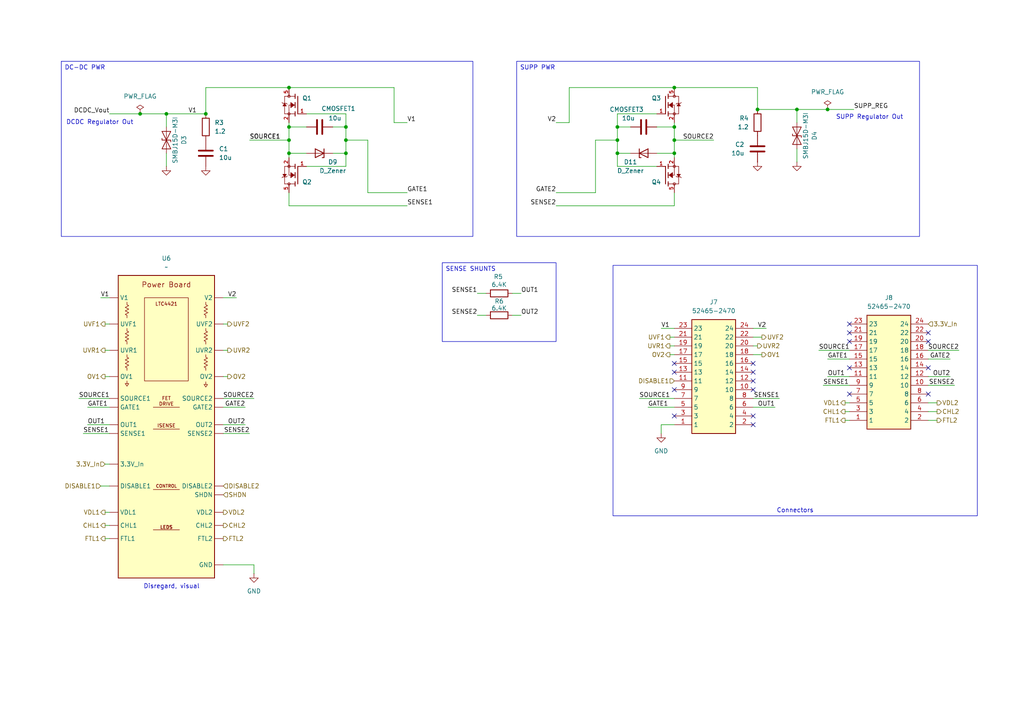
<source format=kicad_sch>
(kicad_sch (version 20250114) (generator "eeschema") (generator_version "9.0")
  (paper "A4")
  (lib_symbols
    (symbol "Device:D_Zener" (pin_numbers (hide yes)) (pin_names (offset 1.016) (hide yes))
      (property "Reference" "D" (at 0 2.54 0))
      (property "Value" "D_Zener" (at 0 -2.54 0))
      (symbol "D_Zener_0_1"
        (polyline (pts (xy -1.27 -1.27) (xy -1.27 1.27) (xy -0.762 1.27)) (stroke (width 0.254)))
        (polyline (pts (xy 1.27 0) (xy -1.27 0)))
        (polyline (pts (xy 1.27 -1.27) (xy 1.27 1.27) (xy -1.27 0) (xy 1.27 -1.27)) (stroke (width 0.254)))
      )
      (symbol "D_Zener_1_1"
        (pin passive line (at -3.81 0 0) (length 2.54) (name "K") (number "1"))
        (pin passive line (at 3.81 0 180) (length 2.54) (name "A") (number "2"))
      )
    )
    (symbol "Device:R" (pin_numbers (hide yes)) (pin_names (offset 0))
      (property "Reference" "R" (at 2.032 0 90))
      (property "Value" "R" (at 0 0 90))
      (symbol "R_0_1"
        (rectangle (start -1.016 -2.54) (end 1.016 2.54) (stroke (width 0.254)))
      )
      (symbol "R_1_1"
        (pin passive line (at 0 3.81 270) (length 1.27) (name "~") (number "1"))
        (pin passive line (at 0 -3.81 90) (length 1.27) (name "~") (number "2"))
      )
    )
    (symbol "ECE319K:C" (pin_numbers (hide yes)) (pin_names (offset 0.254))
      (property "Reference" "C" (at 0.635 2.54 0))
      (property "Value" "C" (at 0.635 -2.54 0))
      (symbol "C_0_1"
        (polyline (pts (xy -2.032 0.762) (xy 2.032 0.762)) (stroke (width 0.508)))
        (polyline (pts (xy -2.032 -0.762) (xy 2.032 -0.762)) (stroke (width 0.508)))
      )
      (symbol "C_1_1"
        (pin passive line (at 0 3.81 270) (length 2.794) (name "~") (number "1"))
        (pin passive line (at 0 -3.81 90) (length 2.794) (name "~") (number "2"))
      )
    )
    (symbol "LV_Carrier:PowerBoard"
      (property "Reference" "U" (at 0 37.084 0))
      (symbol "PowerBoard_0_1"
        (rectangle (start -13.97 35.687) (end 13.97 -52.07) (stroke (width 0.254)) (fill (type background)))
        (polyline (pts (xy -11.938 4.318) (xy -10.922 4.318) (xy -11.43 3.556) (xy -11.938 4.318)))
        (polyline (pts (xy -11.43 27.94) (xy -11.43 27.178) (xy -10.922 26.924) (xy -11.938 26.416) (xy -10.922 25.908) (xy -11.938 25.4) (xy -10.922 24.892) (xy -11.938 24.384) (xy -11.43 24.13) (xy -11.43 23.368)))
        (polyline (pts (xy -11.43 20.32) (xy -11.43 19.558) (xy -10.922 19.304) (xy -11.938 18.796) (xy -10.922 18.288) (xy -11.938 17.78) (xy -10.922 17.272) (xy -11.938 16.764) (xy -11.43 16.51) (xy -11.43 15.748)))
        (polyline (pts (xy -11.43 12.7) (xy -11.43 11.938) (xy -10.922 11.684) (xy -11.938 11.176) (xy -10.922 10.668) (xy -11.938 10.16) (xy -10.922 9.652) (xy -11.938 9.144) (xy -11.43 8.89) (xy -11.43 8.128)))
        (polyline (pts (xy -11.43 5.08) (xy -11.43 4.318)))
        (rectangle (start -6.35 29.21) (end 6.35 5.08))
        (polyline (pts (xy 10.922 4.064) (xy 11.938 4.064) (xy 11.43 3.302) (xy 10.922 4.064)))
        (polyline (pts (xy 11.43 27.94) (xy 11.43 27.178) (xy 11.938 26.924) (xy 10.922 26.416) (xy 11.938 25.908) (xy 10.922 25.4) (xy 11.938 24.892) (xy 10.922 24.384) (xy 11.43 24.13) (xy 11.43 23.368)))
        (polyline (pts (xy 11.43 20.32) (xy 11.43 19.558) (xy 11.938 19.304) (xy 10.922 18.796) (xy 11.938 18.288) (xy 10.922 17.78) (xy 11.938 17.272) (xy 10.922 16.764) (xy 11.43 16.51) (xy 11.43 15.748)))
        (polyline (pts (xy 11.43 12.7) (xy 11.43 11.938) (xy 11.938 11.684) (xy 10.922 11.176) (xy 11.938 10.668) (xy 10.922 10.16) (xy 11.938 9.652) (xy 10.922 9.144) (xy 11.43 8.89) (xy 11.43 8.128)))
        (polyline (pts (xy 11.43 4.826) (xy 11.43 4.064)))
      )
      (symbol "PowerBoard_1_1"
        (polyline (pts (xy -3.81 -2.54) (xy 3.81 -2.54)))
        (polyline (pts (xy -3.81 -8.89) (xy 3.81 -8.89)))
        (polyline (pts (xy -3.81 -26.416) (xy 3.81 -26.416)))
        (polyline (pts (xy -3.81 -38.1) (xy 3.81 -38.1)))
        (text "Power Board" (at 0 33.02 0) (effects (font (size 1.5 1.5))))
        (text "LTC4421\n" (at 0 27.432 0) (effects (font (size 1 1))))
        (text "FET\nDRIVE\n" (at 0 -0.762 0) (effects (font (size 1 1))))
        (text "ISENSE\n" (at 0 -7.874 0) (effects (font (size 1 1))))
        (text "CONTROL\n" (at 0 -25.4 0) (effects (font (size 0.9 0.9))))
        (text "LEDS\n" (at 0 -37.338 0) (effects (font (size 0.9652 0.9652) (thickness 0.193) (bold yes))))
        (pin power_in line (at -16.51 29.21 0) (length 2.54) (name "V1") (number ""))
        (pin output line (at -16.51 21.59 0) (length 2.54) (name "UVF1") (number ""))
        (pin output line (at -16.51 13.97 0) (length 2.54) (name "UVR1") (number ""))
        (pin output line (at -16.51 6.35 0) (length 2.54) (name "OV1") (number ""))
        (pin input line (at -16.51 0 0) (length 2.54) (name "SOURCE1") (number ""))
        (pin output line (at -16.51 -2.54 0) (length 2.54) (name "GATE1") (number ""))
        (pin input line (at -16.51 -7.62 0) (length 2.54) (name "OUT1") (number ""))
        (pin input line (at -16.51 -10.16 0) (length 2.54) (name "SENSE1") (number ""))
        (pin power_in line (at -16.51 -19.05 0) (length 2.54) (name "3.3V_In") (number ""))
        (pin input line (at -16.51 -25.4 0) (length 2.54) (name "DISABLE1") (number ""))
        (pin output line (at -16.51 -33.02 0) (length 2.54) (name "VDL1") (number ""))
        (pin output line (at -16.51 -36.83 0) (length 2.54) (name "CHL1") (number ""))
        (pin output line (at -16.51 -40.64 0) (length 2.54) (name "FTL1") (number ""))
        (pin power_in line (at 16.51 29.21 180) (length 2.54) (name "V2") (number ""))
        (pin output line (at 16.51 21.59 180) (length 2.54) (name "UVF2") (number ""))
        (pin output line (at 16.51 13.97 180) (length 2.54) (name "UVR2") (number ""))
        (pin output line (at 16.51 6.35 180) (length 2.54) (name "OV2") (number ""))
        (pin input line (at 16.51 0 180) (length 2.54) (name "SOURCE2") (number ""))
        (pin output line (at 16.51 -2.54 180) (length 2.54) (name "GATE2") (number ""))
        (pin input line (at 16.51 -7.62 180) (length 2.54) (name "OUT2") (number ""))
        (pin input line (at 16.51 -10.16 180) (length 2.54) (name "SENSE2") (number ""))
        (pin input line (at 16.51 -25.4 180) (length 2.54) (name "DISABLE2") (number ""))
        (pin input line (at 16.51 -27.94 180) (length 2.54) (name "SHDN") (number ""))
        (pin output line (at 16.51 -33.02 180) (length 2.54) (name "VDL2") (number ""))
        (pin output line (at 16.51 -36.83 180) (length 2.54) (name "CHL2") (number ""))
        (pin output line (at 16.51 -40.64 180) (length 2.54) (name "FTL2") (number ""))
        (pin power_out line (at 16.51 -48.26 180) (length 2.54) (name "GND") (number ""))
      )
    )
    (symbol "PowerBoardLib:SMBJ15D-M3I" (pin_numbers (hide yes)) (pin_names (hide yes))
      (property "Reference" "D" (at 0 5.08 0))
      (property "Value" "SMBJ15D-M3I" (at 0 2.54 0))
      (symbol "SMBJ15D-M3I_0_1"
        (polyline (pts (xy -2.54 -1.27) (xy 0 0) (xy -2.54 1.27) (xy -2.54 -1.27)) (stroke (width 0.2032)))
        (polyline (pts (xy 0.508 1.27) (xy 0 1.27) (xy 0 -1.27) (xy -0.508 -1.27)) (stroke (width 0.2032)))
        (polyline (pts (xy 1.27 0) (xy -1.27 0)))
        (polyline (pts (xy 2.54 1.27) (xy 2.54 -1.27) (xy 0 0) (xy 2.54 1.27)) (stroke (width 0.2032)))
      )
      (symbol "SMBJ15D-M3I_1_1"
        (pin passive line (at -3.81 0 0) (length 2.54) (name "K") (number "1"))
        (pin passive line (at 3.81 0 180) (length 2.54) (name "A") (number "2"))
      )
    )
    (symbol "PowerBoardLib:SQJQ140E-T1_GE3" (pin_names (offset 1.016))
      (property "Reference" "Q" (at -8.89 2.54 0))
      (property "Value" "SQJQ140E-T1_GE3" (at -8.89 -7.62 0))
      (symbol "SQJQ140E-T1_GE3_0_0"
        (polyline (pts (xy 0 2.54) (xy 0 -2.54)) (stroke (width 0.254)))
        (polyline (pts (xy 0.762 3.175) (xy 0.762 2.54)) (stroke (width 0.254)))
        (polyline (pts (xy 0.762 2.54) (xy 0.762 1.905)) (stroke (width 0.254)))
        (polyline (pts (xy 0.762 2.54) (xy 3.81 2.54)) (stroke (width 0.1524)))
        (polyline (pts (xy 0.762 0.762) (xy 0.762 0)) (stroke (width 0.254)))
        (polyline (pts (xy 0.762 0) (xy 0.762 -0.762)) (stroke (width 0.254)))
        (polyline (pts (xy 0.762 0) (xy 2.54 0)) (stroke (width 0.1524)))
        (polyline (pts (xy 0.762 -1.905) (xy 0.762 -2.54)) (stroke (width 0.254)))
        (polyline (pts (xy 0.762 -2.54) (xy 0.762 -3.175)) (stroke (width 0.254)))
        (polyline (pts (xy 1.016 0) (xy 2.032 0.762) (xy 2.032 -0.762) (xy 1.016 0)) (stroke (width 0.1524)) (fill (type outline)))
        (circle (center 2.54 2.54) (radius 0.3592))
        (polyline (pts (xy 2.54 0) (xy 2.54 -2.54)) (stroke (width 0.1524)))
        (polyline (pts (xy 2.54 -2.54) (xy 0.762 -2.54)) (stroke (width 0.1524)))
        (polyline (pts (xy 2.54 -2.54) (xy 3.81 -2.54)) (stroke (width 0.1524)))
        (circle (center 2.54 -2.54) (radius 0.3592))
        (polyline (pts (xy 3.302 0.508) (xy 3.048 0.254)) (stroke (width 0.1524)))
        (polyline (pts (xy 3.81 2.54) (xy 3.81 0.508)) (stroke (width 0.1524)))
        (polyline (pts (xy 3.81 0.508) (xy 3.302 0.508)) (stroke (width 0.1524)))
        (polyline (pts (xy 3.81 0.508) (xy 3.81 -2.54)) (stroke (width 0.1524)))
        (polyline (pts (xy 3.81 0.508) (xy 3.302 -0.254) (xy 4.318 -0.254) (xy 3.81 0.508)) (stroke (width 0.1524)) (fill (type outline)))
        (polyline (pts (xy 4.318 0.508) (xy 3.81 0.508)) (stroke (width 0.1524)))
        (polyline (pts (xy 4.572 0.762) (xy 4.318 0.508)) (stroke (width 0.1524)))
        (pin passive line (at -2.54 -2.54 0) (length 2.54) (name "~") (number "1"))
        (pin passive line (at 2.54 5.08 270) (length 2.54) (name "~") (number "5"))
        (pin passive line (at 2.54 -5.08 90) (length 2.54) (name "~") (number "2"))
      )
      (symbol "SQJQ140E-T1_GE3_1_0"
        (pin passive line (at 2.54 -5.08 90) (length 2.54) (hide yes) (name "~") (number "3"))
        (pin passive line (at 2.54 -5.08 90) (length 2.54) (hide yes) (name "~") (number "4"))
      )
    )
    (symbol "power:GND" (power) (pin_numbers (hide yes)) (pin_names (offset 0) (hide yes))
      (property "Value" "GND" (at 0 -3.81 0))
      (symbol "GND_0_1"
        (polyline (pts (xy 0 0) (xy 0 -1.27) (xy 1.27 -1.27) (xy 0 -2.54) (xy -1.27 -1.27) (xy 0 -1.27)))
      )
      (symbol "GND_1_1"
        (pin power_in line (at 0 0 270) (length 0) (name "~") (number "1"))
      )
    )
    (symbol "power:PWR_FLAG" (power) (pin_numbers (hide yes)) (pin_names (offset 0) (hide yes))
      (property "Value" "PWR_FLAG" (at 0 3.81 0))
      (symbol "PWR_FLAG_0_0"
        (pin power_out line (at 0 0 90) (length 0) (name "~") (number "1"))
      )
      (symbol "PWR_FLAG_0_1"
        (polyline (pts (xy 0 0) (xy 0 1.27) (xy -1.016 1.905) (xy 0 2.54) (xy 1.016 1.905) (xy 0 1.27)))
      )
    )
    (symbol "utsvt_connectors:52465-2470"
      (property "Reference" "J" (at 10.16 7.366 0))
      (property "Value" "52465-2470" (at 5.334 4.826 0))
      (symbol "52465-2470_1_1"
        (rectangle (start 5.08 2.54) (end 17.78 -30.48) (stroke (width 0.254)) (fill (type background)))
        (pin passive line (at 0 0 0) (length 5.08) (name "23") (number "23"))
        (pin passive line (at 0 -2.54 0) (length 5.08) (name "21") (number "21"))
        (pin passive line (at 0 -5.08 0) (length 5.08) (name "19") (number "19"))
        (pin passive line (at 0 -7.62 0) (length 5.08) (name "17") (number "17"))
        (pin passive line (at 0 -10.16 0) (length 5.08) (name "15") (number "15"))
        (pin passive line (at 0 -12.7 0) (length 5.08) (name "13") (number "13"))
        (pin passive line (at 0 -15.24 0) (length 5.08) (name "11") (number "11"))
        (pin passive line (at 0 -17.78 0) (length 5.08) (name "9") (number "9"))
        (pin passive line (at 0 -20.32 0) (length 5.08) (name "7") (number "7"))
        (pin passive line (at 0 -22.86 0) (length 5.08) (name "5") (number "5"))
        (pin passive line (at 0 -25.4 0) (length 5.08) (name "3") (number "3"))
        (pin passive line (at 0 -27.94 0) (length 5.08) (name "1") (number "1"))
        (pin passive line (at 22.86 0 180) (length 5.08) (name "24") (number "24"))
        (pin passive line (at 22.86 -2.54 180) (length 5.08) (name "22") (number "22"))
        (pin passive line (at 22.86 -5.08 180) (length 5.08) (name "20") (number "20"))
        (pin passive line (at 22.86 -7.62 180) (length 5.08) (name "18") (number "18"))
        (pin passive line (at 22.86 -10.16 180) (length 5.08) (name "16") (number "16"))
        (pin passive line (at 22.86 -12.7 180) (length 5.08) (name "14") (number "14"))
        (pin passive line (at 22.86 -15.24 180) (length 5.08) (name "12") (number "12"))
        (pin passive line (at 22.86 -17.78 180) (length 5.08) (name "10") (number "10"))
        (pin passive line (at 22.86 -20.32 180) (length 5.08) (name "8") (number "8"))
        (pin passive line (at 22.86 -22.86 180) (length 5.08) (name "6") (number "6"))
        (pin passive line (at 22.86 -25.4 180) (length 5.08) (name "4") (number "4"))
        (pin passive line (at 22.86 -27.94 180) (length 5.08) (name "2") (number "2"))
      )
    )
  )
  (text "SUPP Regulator Out\n" (at 252.222 34.036 0) (effects (font (size 1.27 1.27))))
  (text "DCDC Regulator Out\n" (at 28.956 35.56 0) (effects (font (size 1.27 1.27))))
  (text "Disregard, visual\n" (at 49.784 170.18 0) (effects (font (size 1.27 1.27))))
  (text_box "DC-DC PWR" (at 17.78 17.78 0) (size 119.38 50.8) (margins 0.9525 0.9525 0.9525 0.9525) (effects (font (size 1.27 1.27)) (justify left top)))
  (text_box "SENSE SHUNTS\n" (at 128.27 76.2 0) (size 33.02 22.86) (margins 0.9525 0.9525 0.9525 0.9525) (effects (font (size 1.27 1.27)) (justify left top)))
  (text_box "SUPP PWR\n" (at 149.86 17.78 0) (size 116.84 50.8) (margins 0.9525 0.9525 0.9525 0.9525) (effects (font (size 1.27 1.27)) (justify left top)))
  (text_box "Connectors" (at 177.8 76.962 0) (size 105.664 72.644) (margins 0.9525 0.9525 0.9525 0.9525) (effects (font (size 1.27 1.27)) (justify bottom)))
  (junction (at 195.58 40.64))
  (junction (at 195.58 44.45))
  (junction (at 179.07 44.45))
  (junction (at 195.58 36.83))
  (junction (at 100.33 40.64))
  (junction (at 231.14 31.75))
  (junction (at 59.69 33.02))
  (junction (at 83.82 25.4))
  (junction (at 40.64 33.02))
  (junction (at 195.58 25.4))
  (junction (at 179.07 40.64))
  (junction (at 83.82 40.64))
  (junction (at 219.71 31.75))
  (junction (at 100.33 36.83))
  (junction (at 100.33 44.45))
  (junction (at 179.07 36.83))
  (junction (at 240.03 31.75))
  (junction (at 48.26 33.02))
  (junction (at 83.82 36.83))
  (junction (at 83.82 44.45))
  (no_connect (at 195.58 105.41))
  (no_connect (at 269.24 114.3))
  (no_connect (at 246.38 93.98))
  (no_connect (at 218.44 113.03))
  (no_connect (at 218.44 123.19))
  (no_connect (at 195.58 120.65))
  (no_connect (at 218.44 107.95))
  (no_connect (at 269.24 106.68))
  (no_connect (at 246.38 96.52))
  (no_connect (at 218.44 120.65))
  (no_connect (at 195.58 113.03))
  (no_connect (at 246.38 106.68))
  (no_connect (at 218.44 110.49))
  (no_connect (at 246.38 99.06))
  (no_connect (at 269.24 99.06))
  (no_connect (at 195.58 107.95))
  (no_connect (at 218.44 105.41))
  (no_connect (at 246.38 114.3))
  (no_connect (at 269.24 96.52))
  (wire (pts (xy 240.03 109.22) (xy 246.38 109.22)))
  (wire (pts (xy 269.24 111.76) (xy 276.86 111.76)))
  (wire (pts (xy 195.58 40.64) (xy 195.58 44.45)))
  (wire (pts (xy 185.42 115.57) (xy 195.58 115.57)))
  (wire (pts (xy 269.24 116.84) (xy 271.78 116.84)))
  (wire (pts (xy 30.48 148.59) (xy 31.75 148.59)))
  (wire (pts (xy 64.77 163.83) (xy 73.66 163.83)))
  (wire (pts (xy 83.82 44.45) (xy 83.82 45.72)))
  (wire (pts (xy 165.1 25.4) (xy 165.1 35.56)))
  (wire (pts (xy 22.86 115.57) (xy 31.75 115.57)))
  (wire (pts (xy 218.44 102.87) (xy 220.98 102.87)))
  (wire (pts (xy 30.48 152.4) (xy 31.75 152.4)))
  (wire (pts (xy 83.82 36.83) (xy 83.82 40.64)))
  (wire (pts (xy 151.13 85.09) (xy 148.59 85.09)))
  (wire (pts (xy 25.4 123.19) (xy 31.75 123.19)))
  (wire (pts (xy 231.14 31.75) (xy 219.71 31.75)))
  (wire (pts (xy 218.44 100.33) (xy 219.71 100.33)))
  (wire (pts (xy 64.77 125.73) (xy 72.39 125.73)))
  (wire (pts (xy 64.77 93.98) (xy 66.04 93.98)))
  (wire (pts (xy 269.24 119.38) (xy 271.78 119.38)))
  (wire (pts (xy 138.43 91.44) (xy 140.97 91.44)))
  (wire (pts (xy 190.5 48.26) (xy 179.07 48.26)))
  (wire (pts (xy 182.88 44.45) (xy 179.07 44.45)))
  (wire (pts (xy 106.68 55.88) (xy 106.68 40.64)))
  (wire (pts (xy 138.43 85.09) (xy 140.97 85.09)))
  (wire (pts (xy 195.58 36.83) (xy 195.58 40.64)))
  (wire (pts (xy 269.24 121.92) (xy 271.78 121.92)))
  (wire (pts (xy 179.07 33.02) (xy 179.07 36.83)))
  (wire (pts (xy 187.96 118.11) (xy 195.58 118.11)))
  (wire (pts (xy 64.77 101.6) (xy 66.04 101.6)))
  (wire (pts (xy 194.31 97.79) (xy 195.58 97.79)))
  (wire (pts (xy 83.82 59.69) (xy 118.11 59.69)))
  (wire (pts (xy 195.58 35.56) (xy 195.58 36.83)))
  (wire (pts (xy 64.77 115.57) (xy 73.66 115.57)))
  (wire (pts (xy 31.75 33.02) (xy 40.64 33.02)))
  (wire (pts (xy 231.14 35.56) (xy 231.14 31.75)))
  (wire (pts (xy 195.58 123.19) (xy 191.77 123.19)))
  (wire (pts (xy 148.59 91.44) (xy 151.13 91.44)))
  (wire (pts (xy 96.52 44.45) (xy 100.33 44.45)))
  (wire (pts (xy 73.66 163.83) (xy 73.66 166.37)))
  (wire (pts (xy 179.07 36.83) (xy 179.07 40.64)))
  (wire (pts (xy 240.03 104.14) (xy 246.38 104.14)))
  (wire (pts (xy 30.48 156.21) (xy 31.75 156.21)))
  (wire (pts (xy 48.26 48.26) (xy 48.26 44.45)))
  (wire (pts (xy 190.5 44.45) (xy 195.58 44.45)))
  (wire (pts (xy 191.77 123.19) (xy 191.77 125.73)))
  (wire (pts (xy 114.3 35.56) (xy 118.11 35.56)))
  (wire (pts (xy 245.11 116.84) (xy 246.38 116.84)))
  (wire (pts (xy 172.72 40.64) (xy 179.07 40.64)))
  (wire (pts (xy 83.82 55.88) (xy 83.82 59.69)))
  (wire (pts (xy 100.33 40.64) (xy 100.33 44.45)))
  (wire (pts (xy 64.77 86.36) (xy 68.58 86.36)))
  (wire (pts (xy 30.48 134.62) (xy 31.75 134.62)))
  (wire (pts (xy 64.77 118.11) (xy 71.12 118.11)))
  (wire (pts (xy 161.29 59.69) (xy 195.58 59.69)))
  (wire (pts (xy 182.88 36.83) (xy 179.07 36.83)))
  (wire (pts (xy 161.29 55.88) (xy 172.72 55.88)))
  (wire (pts (xy 59.69 25.4) (xy 83.82 25.4)))
  (wire (pts (xy 30.48 109.22) (xy 31.75 109.22)))
  (wire (pts (xy 25.4 118.11) (xy 31.75 118.11)))
  (wire (pts (xy 72.39 40.64) (xy 83.82 40.64)))
  (wire (pts (xy 100.33 33.02) (xy 100.33 36.83)))
  (wire (pts (xy 240.03 31.75) (xy 231.14 31.75)))
  (wire (pts (xy 64.77 123.19) (xy 71.12 123.19)))
  (wire (pts (xy 240.03 31.75) (xy 247.65 31.75)))
  (wire (pts (xy 96.52 36.83) (xy 100.33 36.83)))
  (wire (pts (xy 106.68 55.88) (xy 118.11 55.88)))
  (wire (pts (xy 191.77 95.25) (xy 195.58 95.25)))
  (wire (pts (xy 237.49 101.6) (xy 246.38 101.6)))
  (wire (pts (xy 88.9 36.83) (xy 83.82 36.83)))
  (wire (pts (xy 218.44 95.25) (xy 222.25 95.25)))
  (wire (pts (xy 30.48 93.98) (xy 31.75 93.98)))
  (wire (pts (xy 100.33 36.83) (xy 100.33 40.64)))
  (wire (pts (xy 83.82 35.56) (xy 83.82 36.83)))
  (wire (pts (xy 269.24 104.14) (xy 275.59 104.14)))
  (wire (pts (xy 218.44 97.79) (xy 220.98 97.79)))
  (wire (pts (xy 194.31 100.33) (xy 195.58 100.33)))
  (wire (pts (xy 30.48 101.6) (xy 31.75 101.6)))
  (wire (pts (xy 226.06 115.57) (xy 218.44 115.57)))
  (wire (pts (xy 190.5 33.02) (xy 179.07 33.02)))
  (wire (pts (xy 190.5 36.83) (xy 195.58 36.83)))
  (wire (pts (xy 269.24 109.22) (xy 275.59 109.22)))
  (wire (pts (xy 64.77 109.22) (xy 66.04 109.22)))
  (wire (pts (xy 238.76 111.76) (xy 246.38 111.76)))
  (wire (pts (xy 59.69 33.02) (xy 59.69 25.4)))
  (wire (pts (xy 24.13 125.73) (xy 31.75 125.73)))
  (wire (pts (xy 195.58 25.4) (xy 219.71 25.4)))
  (wire (pts (xy 114.3 25.4) (xy 114.3 35.56)))
  (wire (pts (xy 29.21 140.97) (xy 31.75 140.97)))
  (wire (pts (xy 88.9 48.26) (xy 100.33 48.26)))
  (wire (pts (xy 29.21 86.36) (xy 31.75 86.36)))
  (wire (pts (xy 83.82 40.64) (xy 83.82 44.45)))
  (wire (pts (xy 165.1 25.4) (xy 195.58 25.4)))
  (wire (pts (xy 48.26 36.83) (xy 48.26 33.02)))
  (wire (pts (xy 83.82 25.4) (xy 114.3 25.4)))
  (wire (pts (xy 179.07 44.45) (xy 179.07 48.26)))
  (wire (pts (xy 100.33 40.64) (xy 106.68 40.64)))
  (wire (pts (xy 219.71 31.75) (xy 219.71 25.4)))
  (wire (pts (xy 245.11 121.92) (xy 246.38 121.92)))
  (wire (pts (xy 245.11 119.38) (xy 246.38 119.38)))
  (wire (pts (xy 195.58 44.45) (xy 195.58 45.72)))
  (wire (pts (xy 269.24 101.6) (xy 278.13 101.6)))
  (wire (pts (xy 100.33 44.45) (xy 100.33 48.26)))
  (wire (pts (xy 40.64 33.02) (xy 48.26 33.02)))
  (wire (pts (xy 195.58 55.88) (xy 195.58 59.69)))
  (wire (pts (xy 88.9 33.02) (xy 100.33 33.02)))
  (wire (pts (xy 231.14 46.99) (xy 231.14 43.18)))
  (wire (pts (xy 207.01 40.64) (xy 195.58 40.64)))
  (wire (pts (xy 218.44 118.11) (xy 224.79 118.11)))
  (wire (pts (xy 194.31 102.87) (xy 195.58 102.87)))
  (wire (pts (xy 88.9 44.45) (xy 83.82 44.45)))
  (wire (pts (xy 172.72 40.64) (xy 172.72 55.88)))
  (wire (pts (xy 48.26 33.02) (xy 59.69 33.02)))
  (wire (pts (xy 179.07 40.64) (xy 179.07 44.45)))
  (wire (pts (xy 165.1 35.56) (xy 161.29 35.56)))
  (label "GATE1" (at 240.03 104.14 0))
  (label "OUT2" (at 275.59 109.22 180))
  (label "V1" (at 54.61 33.02 0))
  (label "SENSE1" (at 226.06 115.57 180))
  (label "SENSE2" (at 276.86 111.76 180))
  (label "SOURCE1" (at 22.86 115.57 0))
  (label "GATE2" (at 275.59 104.14 180))
  (label "OUT1" (at 224.79 118.11 180))
  (label "SUPP_REG" (at 247.65 31.75 0))
  (label "V1" (at 29.21 86.36 0))
  (label "SOURCE2" (at 207.01 40.64 180))
  (label "V1" (at 191.77 95.25 0))
  (label "SOURCE2" (at 278.13 101.6 180))
  (label "SENSE1" (at 138.43 85.09 180))
  (label "DCDC_Vout" (at 31.75 33.02 180))
  (label "SENSE2" (at 161.29 59.69 180))
  (label "SENSE1" (at 118.11 59.69 0))
  (label "SOURCE1" (at 237.49 101.6 0))
  (label "GATE1" (at 25.4 118.11 0))
  (label "SOURCE1" (at 72.39 40.64 0))
  (label "OUT2" (at 151.13 91.44 0))
  (label "V2" (at 161.29 35.56 180))
  (label "SENSE1" (at 24.13 125.73 0))
  (label "GATE1" (at 118.11 55.88 0))
  (label "V2" (at 222.25 95.25 180))
  (label "V1" (at 118.11 35.56 0))
  (label "GATE2" (at 71.12 118.11 180))
  (label "SENSE1" (at 238.76 111.76 0))
  (label "V2" (at 68.58 86.36 180))
  (label "GATE1" (at 187.96 118.11 0))
  (label "SOURCE1" (at 185.42 115.57 0))
  (label "OUT1" (at 240.03 109.22 0))
  (label "SOURCE2" (at 73.66 115.57 180))
  (label "SENSE2" (at 72.39 125.73 180))
  (label "GATE2" (at 161.29 55.88 180))
  (label "OUT1" (at 25.4 123.19 0))
  (label "SOURCE1" (at 72.39 40.64 0))
  (label "SENSE2" (at 138.43 91.44 180))
  (label "OUT2" (at 71.12 123.19 180))
  (label "OUT1" (at 151.13 85.09 0))
  (hierarchical_label "VDL2" (shape output) (at 271.78 116.84 0))
  (hierarchical_label "CHL2" (shape output) (at 64.77 152.4 0))
  (hierarchical_label "DISABLE2" (shape input) (at 64.77 140.97 0))
  (hierarchical_label "VDL1" (shape output) (at 30.48 148.59 180))
  (hierarchical_label "UVR2" (shape output) (at 66.04 101.6 0))
  (hierarchical_label "VDL2" (shape output) (at 64.77 148.59 0))
  (hierarchical_label "FTL1" (shape output) (at 30.48 156.21 180))
  (hierarchical_label "CHL1" (shape output) (at 30.48 152.4 180))
  (hierarchical_label "UVR2" (shape output) (at 219.71 100.33 0))
  (hierarchical_label "FTL2" (shape output) (at 271.78 121.92 0))
  (hierarchical_label "UVR1" (shape output) (at 30.48 101.6 180))
  (hierarchical_label "UVF1" (shape output) (at 30.48 93.98 180))
  (hierarchical_label "OV2" (shape output) (at 66.04 109.22 0))
  (hierarchical_label "3.3V_In" (shape input) (at 30.48 134.62 180))
  (hierarchical_label "UVF2" (shape output) (at 220.98 97.79 0))
  (hierarchical_label "OV2" (shape output) (at 194.31 102.87 180))
  (hierarchical_label "FTL2" (shape output) (at 64.77 156.21 0))
  (hierarchical_label "CHL2" (shape output) (at 271.78 119.38 0))
  (hierarchical_label "UVF2" (shape output) (at 66.04 93.98 0))
  (hierarchical_label "DISABLE1" (shape input) (at 195.58 110.49 180))
  (hierarchical_label "DISABLE1" (shape input) (at 29.21 140.97 180))
  (hierarchical_label "3.3V_In" (shape input) (at 269.24 93.98 0))
  (hierarchical_label "FTL1" (shape output) (at 245.11 121.92 180))
  (hierarchical_label "UVF1" (shape output) (at 194.31 97.79 180))
  (hierarchical_label "SHDN" (shape input) (at 64.77 143.51 0))
  (hierarchical_label "OV1" (shape output) (at 220.98 102.87 0))
  (hierarchical_label "UVR1" (shape output) (at 194.31 100.33 180))
  (hierarchical_label "VDL1" (shape output) (at 245.11 116.84 180))
  (hierarchical_label "CHL1" (shape output) (at 245.11 119.38 180))
  (hierarchical_label "OV1" (shape output) (at 30.48 109.22 180))
  (symbol (lib_id "PowerBoardLib:SQJQ140E-T1_GE3") (at 193.04 30.48 0) (unit 1)
    (property "Reference" "Q3" (at 188.976 29.21 0) (effects (justify left bottom)))
    (property "Value" "SQJQ140E-T1_GE3" (effects (hide yes)))
    (property "Footprint" "PowerBoardLib:TO200P800X182-5N" (effects (hide yes)))
    (property "Datasheet" "https://www.vishay.com/docs/77320/sqjq142e.pdf" (effects (hide yes)))
    (property "Description" "460A Id, 40V Vds, N-Channel FET" (effects (hide yes)))
    (property "MF" "Vishay" (effects (hide yes)))
    (property "MAXIMUM_PACKAGE_HEIGHT" "1.827mm" (effects (hide yes)))
    (property "Package" "PowerPAK®-8 Vishay" (effects (hide yes)))
    (property "Price" "None" (effects (hide yes)))
    (property "Check_prices" "https://www.snapeda.com/parts/SQJQ140E-T1_GE3/Vishay/view-part/?ref=eda" (effects (hide yes)))
    (property "STANDARD" "IPC7351B" (effects (hide yes)))
    (property "PARTREV" "05-Aug-2019" (effects (hide yes)))
    (property "SnapEDA_Link" "https://www.snapeda.com/parts/SQJQ140E-T1_GE3/Vishay/view-part/?ref=snap" (effects (hide yes)))
    (property "MP" "SQJQ140E-T1_GE3" (effects (hide yes)))
    (property "Purchase-URL" "https://www.snapeda.com/api/url_track_click_mouser/?unipart_id=9348953&manufacturer=Vishay&part_name=SQJQ140E-T1_GE3&search_term=powerpak® 8 x 8" (effects (hide yes)))
    (property "Description_1" "\nN-Channel 40 V 701A (Tc) 600W (Tc) Surface Mount PowerPAK® 8 x 8\n" (effects (hide yes)))
    (property "MANUFACTURER" "Vishay" (effects (hide yes)))
    (property "Availability" "In Stock" (effects (hide yes)))
    (property "SNAPEDA_PN" "SQJQ140E-T1_GE3" (effects (hide yes)))
    (property "MFG PN" "SQJQ140E-T1_GE3" (effects (hide yes)))
  )
  (symbol (lib_id "power:GND") (at 73.66 166.37 0) (unit 1)
    (property "Reference" "#PWR015" (effects (hide yes)))
    (property "Value" "GND" (at 73.66 171.45 0))
    (property "Description" "Power symbol creates a global label with name \"GND\" , ground" (effects (hide yes)))
  )
  (symbol (lib_id "Device:R") (at 144.78 91.44 90) (unit 1)
    (property "Reference" "R6" (at 144.78 87.376 90))
    (property "Value" "6.4K" (at 144.78 89.408 90))
    (property "Description" "Resistor" (effects (hide yes)))
  )
  (symbol (lib_id "utsvt_connectors:52465-2470") (at 195.58 95.25 0) (unit 1)
    (property "Reference" "J7" (at 207.01 87.63 0))
    (property "Value" "52465-2470" (at 207.01 90.17 0))
    (property "Footprint" "UTSVT_Connectors:524652470" (effects (hide yes)))
    (property "Datasheet" "https://www.molex.com/pdm_docs/sd/524652470_sd.pdf" (effects (hide yes)))
    (property "Description" "24 pin board-board connector" (effects (hide yes)))
    (property "Height" "3.55" (effects (hide yes)))
    (property "Mouser Part Number" "538-52465-2470" (effects (hide yes)))
    (property "Mouser Price/Stock" "https://www.mouser.co.uk/ProductDetail/Molex/52465-2470?qs=sEN%2FkO1EG6Yhu4DkZwbE7Q%3D%3D" (effects (hide yes)))
    (property "Manufacturer_Name" "Molex" (effects (hide yes)))
    (property "P/N" "52465-2470" (effects (hide yes)))
  )
  (symbol (lib_id "Device:R") (at 219.71 35.56 0) (mirror y) (unit 1)
    (property "Reference" "R4" (at 217.17 34.2899 0) (effects (justify left)))
    (property "Value" "1.2" (at 217.17 36.8299 0) (effects (justify left)))
    (property "Footprint" "Resistor_SMD:R_0805_2012Metric" (effects (hide yes)))
    (property "Datasheet" "https://www.koaspeer.com/pdfs/RK73H.pdf" (effects (hide yes)))
    (property "Description" "Resistor" (effects (hide yes)))
    (property "MFG PN" "RK73H2ATTD1R20F" (effects (hide yes)))
  )
  (symbol (lib_id "power:GND") (at 48.26 48.26 0) (unit 1)
    (property "Reference" "#PWR09" (effects (hide yes)))
    (property "Value" "GND" (effects (hide yes)))
    (property "Description" "Power symbol creates a global label with name \"GND\" , ground" (effects (hide yes)))
  )
  (symbol (lib_id "Device:R") (at 144.78 85.09 90) (unit 1)
    (property "Reference" "R5" (at 144.526 80.264 90))
    (property "Value" "6.4K" (at 144.78 82.55 90))
    (property "Description" "Resistor" (effects (hide yes)))
  )
  (symbol (lib_id "power:GND") (at 59.69 48.26 0) (unit 1)
    (property "Reference" "#PWR010" (effects (hide yes)))
    (property "Value" "GND" (effects (hide yes)))
    (property "Description" "Power symbol creates a global label with name \"GND\" , ground" (effects (hide yes)))
  )
  (symbol (lib_id "utsvt_connectors:52465-2470") (at 246.38 93.98 0) (unit 1)
    (property "Reference" "J8" (at 257.81 86.36 0))
    (property "Value" "52465-2470" (at 257.81 88.9 0))
    (property "Footprint" "UTSVT_Connectors:524652470" (effects (hide yes)))
    (property "Datasheet" "https://www.molex.com/pdm_docs/sd/524652470_sd.pdf" (effects (hide yes)))
    (property "Description" "24 pin board-board connector" (effects (hide yes)))
    (property "Height" "3.55" (effects (hide yes)))
    (property "Mouser Part Number" "538-52465-2470" (effects (hide yes)))
    (property "Mouser Price/Stock" "https://www.mouser.co.uk/ProductDetail/Molex/52465-2470?qs=sEN%2FkO1EG6Yhu4DkZwbE7Q%3D%3D" (effects (hide yes)))
    (property "Manufacturer_Name" "Molex" (effects (hide yes)))
    (property "P/N" "52465-2470" (effects (hide yes)))
  )
  (symbol (lib_id "PowerBoardLib:SQJQ140E-T1_GE3") (at 193.04 50.8 0) (mirror x) (unit 1)
    (property "Reference" "Q4" (at 188.976 52.07 0) (effects (justify left bottom)))
    (property "Value" "SQJQ140E-T1_GE3" (effects (hide yes)))
    (property "Footprint" "PowerBoardLib:TO200P800X182-5N" (effects (hide yes)))
    (property "Datasheet" "https://www.vishay.com/docs/77320/sqjq142e.pdf" (effects (hide yes)))
    (property "Description" "460A Id, 40V Vds, N-Channel FET" (effects (hide yes)))
    (property "MF" "Vishay" (effects (hide yes)))
    (property "MAXIMUM_PACKAGE_HEIGHT" "1.827mm" (effects (hide yes)))
    (property "Package" "PowerPAK®-8 Vishay" (effects (hide yes)))
    (property "Price" "None" (effects (hide yes)))
    (property "Check_prices" "https://www.snapeda.com/parts/SQJQ140E-T1_GE3/Vishay/view-part/?ref=eda" (effects (hide yes)))
    (property "STANDARD" "IPC7351B" (effects (hide yes)))
    (property "PARTREV" "05-Aug-2019" (effects (hide yes)))
    (property "SnapEDA_Link" "https://www.snapeda.com/parts/SQJQ140E-T1_GE3/Vishay/view-part/?ref=snap" (effects (hide yes)))
    (property "MP" "SQJQ140E-T1_GE3" (effects (hide yes)))
    (property "Purchase-URL" "https://www.snapeda.com/api/url_track_click_mouser/?unipart_id=9348953&manufacturer=Vishay&part_name=SQJQ140E-T1_GE3&search_term=powerpak® 8 x 8" (effects (hide yes)))
    (property "Description_1" "\nN-Channel 40 V 701A (Tc) 600W (Tc) Surface Mount PowerPAK® 8 x 8\n" (effects (hide yes)))
    (property "MANUFACTURER" "Vishay" (effects (hide yes)))
    (property "Availability" "In Stock" (effects (hide yes)))
    (property "SNAPEDA_PN" "SQJQ140E-T1_GE3" (effects (hide yes)))
    (property "MFG PN" "SQJQ140E-T1_GE3" (effects (hide yes)))
  )
  (symbol (lib_id "Device:D_Zener") (at 186.69 44.45 0) (mirror x) (unit 1)
    (property "Reference" "D11" (at 182.88 46.99 0))
    (property "Value" "D_Zener" (at 182.88 49.53 0))
    (property "Footprint" "Diode_SMD:D_SOD-523" (effects (hide yes)))
    (property "Datasheet" "https://www.mouser.com/datasheet/2/115/DIOD_S_A0003550665_1-2542209.pdf" (effects (hide yes)))
    (property "Description" "Zener diode" (effects (hide yes)))
    (property "MFG PN" "DDZ9703T-7" (effects (hide yes)))
  )
  (symbol (lib_id "PowerBoardLib:SQJQ140E-T1_GE3") (at 86.36 50.8 180) (unit 1)
    (property "Reference" "Q2" (at 90.424 52.07 0) (effects (justify left bottom)))
    (property "Value" "SQJQ140E-T1_GE3" (effects (hide yes)))
    (property "Footprint" "PowerBoardLib:TO200P800X182-5N" (effects (hide yes)))
    (property "Datasheet" "https://www.vishay.com/docs/77320/sqjq142e.pdf" (effects (hide yes)))
    (property "Description" "460A Id, 40V Vds, N-Channel FET" (effects (hide yes)))
    (property "MF" "Vishay" (effects (hide yes)))
    (property "MAXIMUM_PACKAGE_HEIGHT" "1.827mm" (effects (hide yes)))
    (property "Package" "PowerPAK®-8 Vishay" (effects (hide yes)))
    (property "Price" "None" (effects (hide yes)))
    (property "Check_prices" "https://www.snapeda.com/parts/SQJQ140E-T1_GE3/Vishay/view-part/?ref=eda" (effects (hide yes)))
    (property "STANDARD" "IPC7351B" (effects (hide yes)))
    (property "PARTREV" "05-Aug-2019" (effects (hide yes)))
    (property "SnapEDA_Link" "https://www.snapeda.com/parts/SQJQ140E-T1_GE3/Vishay/view-part/?ref=snap" (effects (hide yes)))
    (property "MP" "SQJQ140E-T1_GE3" (effects (hide yes)))
    (property "Purchase-URL" "https://www.snapeda.com/api/url_track_click_mouser/?unipart_id=9348953&manufacturer=Vishay&part_name=SQJQ140E-T1_GE3&search_term=powerpak® 8 x 8" (effects (hide yes)))
    (property "Description_1" "\nN-Channel 40 V 701A (Tc) 600W (Tc) Surface Mount PowerPAK® 8 x 8\n" (effects (hide yes)))
    (property "MANUFACTURER" "Vishay" (effects (hide yes)))
    (property "Availability" "In Stock" (effects (hide yes)))
    (property "SNAPEDA_PN" "SQJQ140E-T1_GE3" (effects (hide yes)))
    (property "MFG PN" "SQJQ140E-T1_GE3" (effects (hide yes)))
  )
  (symbol (lib_id "ECE319K:C") (at 219.71 43.18 0) (mirror y) (unit 1)
    (property "Reference" "C2" (at 215.9 41.9099 0) (effects (justify left)))
    (property "Value" "10u" (at 215.9 44.4499 0) (effects (justify left)))
    (property "Footprint" "Capacitor_SMD:C_0805_2012Metric" (effects (hide yes)))
    (property "Datasheet" "https://www.mouser.com/datasheet/2/396/taiyo_yuden_12132018_mlcc11_hq_e-1510082.pdf" (effects (hide yes)))
    (property "Description" "Unpolarized capacitor" (effects (hide yes)))
    (property "MFG PN" "TMK212BBJ106MGHT" (effects (hide yes)))
  )
  (symbol (lib_id "LV_Carrier:PowerBoard") (at 48.26 115.57 0) (unit 1)
    (property "Reference" "U6" (at 48.26 74.93 0))
    (property "Value" "~" (at 48.26 77.47 0))
  )
  (symbol (lib_id "power:GND") (at 219.71 46.99 0) (mirror y) (unit 1)
    (property "Reference" "#PWR012" (effects (hide yes)))
    (property "Value" "GND" (effects (hide yes)))
    (property "Description" "Power symbol creates a global label with name \"GND\" , ground" (effects (hide yes)))
  )
  (symbol (lib_id "PowerBoardLib:SMBJ15D-M3I") (at 231.14 39.37 270) (unit 1)
    (property "Reference" "D4" (at 236.22 39.37 0))
    (property "Value" "SMBJ15D-M3I" (at 233.68 39.37 0))
    (property "Footprint" "PowerBoardLib:P26_DO-214AA_SMB" (effects (hide yes)))
    (property "Datasheet" "https://www.vishay.com/docs/87606/smbj5cdthrusmbj120cd.pdf" (effects (hide yes)))
    (property "Description" "Bidirectional TVS Diode" (effects (hide yes)))
    (property "MFG PN" "SMBJ15D-M3I" (effects (hide yes)))
  )
  (symbol (lib_id "ECE319K:C") (at 59.69 44.45 0) (unit 1)
    (property "Reference" "C1" (at 63.5 43.1799 0) (effects (justify left)))
    (property "Value" "10u" (at 63.5 45.7199 0) (effects (justify left)))
    (property "Footprint" "Capacitor_SMD:C_0805_2012Metric" (effects (hide yes)))
    (property "Datasheet" "https://www.mouser.com/datasheet/2/396/taiyo_yuden_12132018_mlcc11_hq_e-1510082.pdf" (effects (hide yes)))
    (property "Description" "Unpolarized capacitor" (effects (hide yes)))
    (property "MFG PN" "TMK212BBJ106MGHT" (effects (hide yes)))
  )
  (symbol (lib_id "ECE319K:C") (at 92.71 36.83 270) (unit 1)
    (property "Reference" "CMOSFET1" (at 93.218 31.496 90) (effects (justify left)))
    (property "Value" "10u" (at 95.25 34.29 90) (effects (justify left)))
    (property "Footprint" "Capacitor_SMD:C_0805_2012Metric" (effects (hide yes)))
    (property "Datasheet" "https://www.mouser.com/datasheet/2/396/taiyo_yuden_12132018_mlcc11_hq_e-1510082.pdf" (effects (hide yes)))
    (property "Description" "Unpolarized capacitor" (effects (hide yes)))
    (property "MFG PN" "TMK212BBJ106MGHT" (effects (hide yes)))
  )
  (symbol (lib_id "power:PWR_FLAG") (at 240.03 31.75 0) (unit 1)
    (property "Reference" "#FLG03" (effects (hide yes)))
    (property "Value" "PWR_FLAG" (at 240.03 26.67 0))
    (property "Description" "Special symbol for telling ERC where power comes from" (effects (hide yes)))
  )
  (symbol (lib_id "power:GND") (at 191.77 125.73 0) (unit 1)
    (property "Reference" "#PWR028" (effects (hide yes)))
    (property "Value" "GND" (at 191.77 130.81 0))
    (property "Description" "Power symbol creates a global label with name \"GND\" , ground" (effects (hide yes)))
  )
  (symbol (lib_id "power:PWR_FLAG") (at 40.64 33.02 0) (unit 1)
    (property "Reference" "#FLG02" (effects (hide yes)))
    (property "Value" "PWR_FLAG" (at 40.64 27.94 0))
    (property "Description" "Special symbol for telling ERC where power comes from" (effects (hide yes)))
  )
  (symbol (lib_id "PowerBoardLib:SMBJ15D-M3I") (at 48.26 40.64 270) (unit 1)
    (property "Reference" "D3" (at 53.34 40.64 0))
    (property "Value" "SMBJ15D-M3I" (at 50.8 40.64 0))
    (property "Footprint" "PowerBoardLib:P26_DO-214AA_SMB" (effects (hide yes)))
    (property "Datasheet" "https://www.vishay.com/docs/87606/smbj5cdthrusmbj120cd.pdf" (effects (hide yes)))
    (property "Description" "Bidirectional TVS Diode" (effects (hide yes)))
    (property "MFG PN" "SMBJ15D-M3I" (effects (hide yes)))
  )
  (symbol (lib_id "ECE319K:C") (at 186.69 36.83 90) (mirror x) (unit 1)
    (property "Reference" "CMOSFET3" (at 186.69 31.75 90) (effects (justify left)))
    (property "Value" "10u" (at 184.15 34.29 90) (effects (justify left)))
    (property "Footprint" "Capacitor_SMD:C_0805_2012Metric" (effects (hide yes)))
    (property "Datasheet" "https://www.mouser.com/datasheet/2/396/taiyo_yuden_12132018_mlcc11_hq_e-1510082.pdf" (effects (hide yes)))
    (property "Description" "Unpolarized capacitor" (effects (hide yes)))
    (property "MFG PN" "TMK212BBJ106MGHT" (effects (hide yes)))
  )
  (symbol (lib_id "PowerBoardLib:SQJQ140E-T1_GE3") (at 86.36 30.48 0) (mirror y) (unit 1)
    (property "Reference" "Q1" (at 90.424 29.21 0) (effects (justify left bottom)))
    (property "Value" "SQJQ140E-T1_GE3" (effects (hide yes)))
    (property "Footprint" "PowerBoardLib:TO200P800X182-5N" (effects (hide yes)))
    (property "Datasheet" "https://www.vishay.com/docs/77320/sqjq142e.pdf" (effects (hide yes)))
    (property "Description" "460A Id, 40V Vds, N-Channel FET" (effects (hide yes)))
    (property "MF" "Vishay" (effects (hide yes)))
    (property "MAXIMUM_PACKAGE_HEIGHT" "1.827mm" (effects (hide yes)))
    (property "Package" "PowerPAK®-8 Vishay" (effects (hide yes)))
    (property "Price" "None" (effects (hide yes)))
    (property "Check_prices" "https://www.snapeda.com/parts/SQJQ140E-T1_GE3/Vishay/view-part/?ref=eda" (effects (hide yes)))
    (property "STANDARD" "IPC7351B" (effects (hide yes)))
    (property "PARTREV" "05-Aug-2019" (effects (hide yes)))
    (property "SnapEDA_Link" "https://www.snapeda.com/parts/SQJQ140E-T1_GE3/Vishay/view-part/?ref=snap" (effects (hide yes)))
    (property "MP" "SQJQ140E-T1_GE3" (effects (hide yes)))
    (property "Purchase-URL" "https://www.snapeda.com/api/url_track_click_mouser/?unipart_id=9348953&manufacturer=Vishay&part_name=SQJQ140E-T1_GE3&search_term=powerpak® 8 x 8" (effects (hide yes)))
    (property "Description_1" "\nN-Channel 40 V 701A (Tc) 600W (Tc) Surface Mount PowerPAK® 8 x 8\n" (effects (hide yes)))
    (property "MANUFACTURER" "Vishay" (effects (hide yes)))
    (property "Availability" "In Stock" (effects (hide yes)))
    (property "SNAPEDA_PN" "SQJQ140E-T1_GE3" (effects (hide yes)))
    (property "MFG PN" "SQJQ140E-T1_GE3" (effects (hide yes)))
  )
  (symbol (lib_id "Device:R") (at 59.69 36.83 0) (unit 1)
    (property "Reference" "R3" (at 62.23 35.5599 0) (effects (justify left)))
    (property "Value" "1.2" (at 62.23 38.0999 0) (effects (justify left)))
    (property "Footprint" "Resistor_SMD:R_0805_2012Metric" (effects (hide yes)))
    (property "Datasheet" "https://www.koaspeer.com/pdfs/RK73H.pdf" (effects (hide yes)))
    (property "Description" "Resistor" (effects (hide yes)))
    (property "MFG PN" "RK73H2ATTD1R20F" (effects (hide yes)))
  )
  (symbol (lib_id "Device:D_Zener") (at 92.71 44.45 180) (unit 1)
    (property "Reference" "D9" (at 96.52 46.99 0))
    (property "Value" "D_Zener" (at 96.52 49.53 0))
    (property "Footprint" "Diode_SMD:D_SOD-523" (effects (hide yes)))
    (property "Datasheet" "https://www.mouser.com/datasheet/2/115/DIOD_S_A0003550665_1-2542209.pdf" (effects (hide yes)))
    (property "Description" "Zener diode" (effects (hide yes)))
    (property "MFG PN" "DDZ9703T-7" (effects (hide yes)))
  )
  (symbol (lib_id "power:GND") (at 231.14 46.99 0) (mirror y) (unit 1)
    (property "Reference" "#PWR014" (effects (hide yes)))
    (property "Value" "GND" (effects (hide yes)))
    (property "Description" "Power symbol creates a global label with name \"GND\" , ground" (effects (hide yes)))
  )
)
</source>
